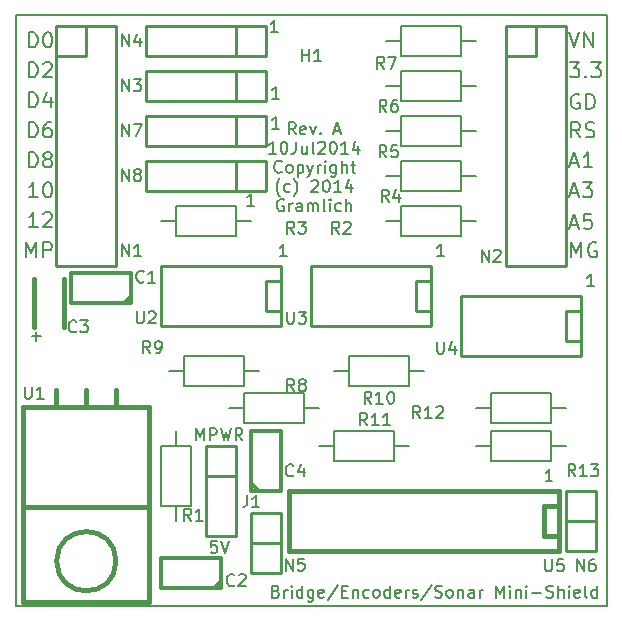
<source format=gto>
%FSLAX34Y34*%
G04 Gerber Fmt 3.4, Leading zero omitted, Abs format*
G04 (created by PCBNEW (2014-jan-25)-product) date Sun 13 Jul 2014 06:26:42 PM PDT*
%MOIN*%
G01*
G70*
G90*
G04 APERTURE LIST*
%ADD10C,0.003937*%
%ADD11C,0.008000*%
%ADD12C,0.012000*%
%ADD13C,0.015000*%
%ADD14C,0.010000*%
%ADD15C,0.005906*%
G04 APERTURE END LIST*
G54D10*
G54D11*
X30680Y-51358D02*
X30984Y-51358D01*
X30832Y-51510D02*
X30832Y-51206D01*
X36160Y-54820D02*
X36160Y-54420D01*
X36294Y-54706D01*
X36427Y-54420D01*
X36427Y-54820D01*
X36618Y-54820D02*
X36618Y-54420D01*
X36770Y-54420D01*
X36808Y-54440D01*
X36827Y-54459D01*
X36846Y-54497D01*
X36846Y-54554D01*
X36827Y-54592D01*
X36808Y-54611D01*
X36770Y-54630D01*
X36618Y-54630D01*
X36980Y-54420D02*
X37075Y-54820D01*
X37151Y-54535D01*
X37227Y-54820D01*
X37322Y-54420D01*
X37703Y-54820D02*
X37570Y-54630D01*
X37475Y-54820D02*
X37475Y-54420D01*
X37627Y-54420D01*
X37665Y-54440D01*
X37684Y-54459D01*
X37703Y-54497D01*
X37703Y-54554D01*
X37684Y-54592D01*
X37665Y-54611D01*
X37627Y-54630D01*
X37475Y-54630D01*
X36851Y-58170D02*
X36661Y-58170D01*
X36642Y-58361D01*
X36661Y-58342D01*
X36699Y-58323D01*
X36794Y-58323D01*
X36832Y-58342D01*
X36851Y-58361D01*
X36870Y-58399D01*
X36870Y-58494D01*
X36851Y-58532D01*
X36832Y-58551D01*
X36794Y-58570D01*
X36699Y-58570D01*
X36661Y-58551D01*
X36642Y-58532D01*
X36985Y-58170D02*
X37118Y-58570D01*
X37251Y-58170D01*
X38873Y-41220D02*
X38645Y-41220D01*
X38759Y-41220D02*
X38759Y-40820D01*
X38721Y-40878D01*
X38683Y-40916D01*
X38645Y-40935D01*
X38098Y-46995D02*
X37870Y-46995D01*
X37984Y-46995D02*
X37984Y-46595D01*
X37946Y-46653D01*
X37908Y-46691D01*
X37870Y-46710D01*
X38923Y-44430D02*
X38695Y-44430D01*
X38809Y-44430D02*
X38809Y-44030D01*
X38771Y-44088D01*
X38733Y-44126D01*
X38695Y-44145D01*
X38923Y-43430D02*
X38695Y-43430D01*
X38809Y-43430D02*
X38809Y-43030D01*
X38771Y-43088D01*
X38733Y-43126D01*
X38695Y-43145D01*
X39173Y-48680D02*
X38945Y-48680D01*
X39059Y-48680D02*
X39059Y-48280D01*
X39021Y-48338D01*
X38983Y-48376D01*
X38945Y-48395D01*
X44423Y-48680D02*
X44195Y-48680D01*
X44309Y-48680D02*
X44309Y-48280D01*
X44271Y-48338D01*
X44233Y-48376D01*
X44195Y-48395D01*
X49423Y-49680D02*
X49195Y-49680D01*
X49309Y-49680D02*
X49309Y-49280D01*
X49271Y-49338D01*
X49233Y-49376D01*
X49195Y-49395D01*
X48037Y-56192D02*
X47809Y-56192D01*
X47923Y-56192D02*
X47923Y-55792D01*
X47885Y-55850D01*
X47847Y-55888D01*
X47809Y-55907D01*
X39480Y-44620D02*
X39347Y-44430D01*
X39252Y-44620D02*
X39252Y-44220D01*
X39404Y-44220D01*
X39442Y-44240D01*
X39461Y-44259D01*
X39480Y-44297D01*
X39480Y-44354D01*
X39461Y-44392D01*
X39442Y-44411D01*
X39404Y-44430D01*
X39252Y-44430D01*
X39804Y-44601D02*
X39766Y-44620D01*
X39690Y-44620D01*
X39652Y-44601D01*
X39633Y-44563D01*
X39633Y-44411D01*
X39652Y-44373D01*
X39690Y-44354D01*
X39766Y-44354D01*
X39804Y-44373D01*
X39823Y-44411D01*
X39823Y-44449D01*
X39633Y-44487D01*
X39957Y-44354D02*
X40052Y-44620D01*
X40147Y-44354D01*
X40300Y-44582D02*
X40319Y-44601D01*
X40300Y-44620D01*
X40280Y-44601D01*
X40300Y-44582D01*
X40300Y-44620D01*
X40776Y-44506D02*
X40966Y-44506D01*
X40738Y-44620D02*
X40871Y-44220D01*
X41004Y-44620D01*
X38823Y-45260D02*
X38595Y-45260D01*
X38709Y-45260D02*
X38709Y-44860D01*
X38671Y-44918D01*
X38633Y-44956D01*
X38595Y-44975D01*
X39071Y-44860D02*
X39109Y-44860D01*
X39147Y-44880D01*
X39166Y-44899D01*
X39185Y-44937D01*
X39204Y-45013D01*
X39204Y-45108D01*
X39185Y-45184D01*
X39166Y-45222D01*
X39147Y-45241D01*
X39109Y-45260D01*
X39071Y-45260D01*
X39033Y-45241D01*
X39014Y-45222D01*
X38995Y-45184D01*
X38976Y-45108D01*
X38976Y-45013D01*
X38995Y-44937D01*
X39014Y-44899D01*
X39033Y-44880D01*
X39071Y-44860D01*
X39490Y-44860D02*
X39490Y-45146D01*
X39471Y-45203D01*
X39433Y-45241D01*
X39376Y-45260D01*
X39338Y-45260D01*
X39852Y-44994D02*
X39852Y-45260D01*
X39680Y-44994D02*
X39680Y-45203D01*
X39700Y-45241D01*
X39738Y-45260D01*
X39795Y-45260D01*
X39833Y-45241D01*
X39852Y-45222D01*
X40100Y-45260D02*
X40061Y-45241D01*
X40042Y-45203D01*
X40042Y-44860D01*
X40233Y-44899D02*
X40252Y-44880D01*
X40290Y-44860D01*
X40385Y-44860D01*
X40423Y-44880D01*
X40442Y-44899D01*
X40461Y-44937D01*
X40461Y-44975D01*
X40442Y-45032D01*
X40214Y-45260D01*
X40461Y-45260D01*
X40709Y-44860D02*
X40747Y-44860D01*
X40785Y-44880D01*
X40804Y-44899D01*
X40823Y-44937D01*
X40842Y-45013D01*
X40842Y-45108D01*
X40823Y-45184D01*
X40804Y-45222D01*
X40785Y-45241D01*
X40747Y-45260D01*
X40709Y-45260D01*
X40671Y-45241D01*
X40652Y-45222D01*
X40633Y-45184D01*
X40614Y-45108D01*
X40614Y-45013D01*
X40633Y-44937D01*
X40652Y-44899D01*
X40671Y-44880D01*
X40709Y-44860D01*
X41223Y-45260D02*
X40995Y-45260D01*
X41109Y-45260D02*
X41109Y-44860D01*
X41071Y-44918D01*
X41033Y-44956D01*
X40995Y-44975D01*
X41566Y-44994D02*
X41566Y-45260D01*
X41471Y-44841D02*
X41376Y-45127D01*
X41623Y-45127D01*
X39014Y-45862D02*
X38995Y-45881D01*
X38938Y-45900D01*
X38900Y-45900D01*
X38842Y-45881D01*
X38804Y-45843D01*
X38785Y-45805D01*
X38766Y-45729D01*
X38766Y-45672D01*
X38785Y-45596D01*
X38804Y-45558D01*
X38842Y-45520D01*
X38900Y-45500D01*
X38938Y-45500D01*
X38995Y-45520D01*
X39014Y-45539D01*
X39242Y-45900D02*
X39204Y-45881D01*
X39185Y-45862D01*
X39166Y-45824D01*
X39166Y-45710D01*
X39185Y-45672D01*
X39204Y-45653D01*
X39242Y-45634D01*
X39300Y-45634D01*
X39338Y-45653D01*
X39357Y-45672D01*
X39376Y-45710D01*
X39376Y-45824D01*
X39357Y-45862D01*
X39338Y-45881D01*
X39300Y-45900D01*
X39242Y-45900D01*
X39547Y-45634D02*
X39547Y-46034D01*
X39547Y-45653D02*
X39585Y-45634D01*
X39661Y-45634D01*
X39700Y-45653D01*
X39719Y-45672D01*
X39738Y-45710D01*
X39738Y-45824D01*
X39719Y-45862D01*
X39700Y-45881D01*
X39661Y-45900D01*
X39585Y-45900D01*
X39547Y-45881D01*
X39871Y-45634D02*
X39966Y-45900D01*
X40061Y-45634D02*
X39966Y-45900D01*
X39928Y-45996D01*
X39909Y-46015D01*
X39871Y-46034D01*
X40214Y-45900D02*
X40214Y-45634D01*
X40214Y-45710D02*
X40233Y-45672D01*
X40252Y-45653D01*
X40290Y-45634D01*
X40328Y-45634D01*
X40461Y-45900D02*
X40461Y-45634D01*
X40461Y-45500D02*
X40442Y-45520D01*
X40461Y-45539D01*
X40480Y-45520D01*
X40461Y-45500D01*
X40461Y-45539D01*
X40823Y-45634D02*
X40823Y-45958D01*
X40804Y-45996D01*
X40785Y-46015D01*
X40747Y-46034D01*
X40690Y-46034D01*
X40652Y-46015D01*
X40823Y-45881D02*
X40785Y-45900D01*
X40709Y-45900D01*
X40671Y-45881D01*
X40652Y-45862D01*
X40633Y-45824D01*
X40633Y-45710D01*
X40652Y-45672D01*
X40671Y-45653D01*
X40709Y-45634D01*
X40785Y-45634D01*
X40823Y-45653D01*
X41014Y-45900D02*
X41014Y-45500D01*
X41185Y-45900D02*
X41185Y-45691D01*
X41166Y-45653D01*
X41128Y-45634D01*
X41071Y-45634D01*
X41033Y-45653D01*
X41014Y-45672D01*
X41319Y-45634D02*
X41471Y-45634D01*
X41376Y-45500D02*
X41376Y-45843D01*
X41395Y-45881D01*
X41433Y-45900D01*
X41471Y-45900D01*
X38957Y-46693D02*
X38938Y-46674D01*
X38900Y-46617D01*
X38880Y-46579D01*
X38861Y-46521D01*
X38842Y-46426D01*
X38842Y-46350D01*
X38861Y-46255D01*
X38880Y-46198D01*
X38900Y-46160D01*
X38938Y-46102D01*
X38957Y-46083D01*
X39280Y-46521D02*
X39242Y-46540D01*
X39166Y-46540D01*
X39128Y-46521D01*
X39109Y-46502D01*
X39090Y-46464D01*
X39090Y-46350D01*
X39109Y-46312D01*
X39128Y-46293D01*
X39166Y-46274D01*
X39242Y-46274D01*
X39280Y-46293D01*
X39414Y-46693D02*
X39433Y-46674D01*
X39471Y-46617D01*
X39490Y-46579D01*
X39509Y-46521D01*
X39528Y-46426D01*
X39528Y-46350D01*
X39509Y-46255D01*
X39490Y-46198D01*
X39471Y-46160D01*
X39433Y-46102D01*
X39414Y-46083D01*
X40004Y-46179D02*
X40023Y-46160D01*
X40061Y-46140D01*
X40157Y-46140D01*
X40195Y-46160D01*
X40214Y-46179D01*
X40233Y-46217D01*
X40233Y-46255D01*
X40214Y-46312D01*
X39985Y-46540D01*
X40233Y-46540D01*
X40480Y-46140D02*
X40519Y-46140D01*
X40557Y-46160D01*
X40576Y-46179D01*
X40595Y-46217D01*
X40614Y-46293D01*
X40614Y-46388D01*
X40595Y-46464D01*
X40576Y-46502D01*
X40557Y-46521D01*
X40519Y-46540D01*
X40480Y-46540D01*
X40442Y-46521D01*
X40423Y-46502D01*
X40404Y-46464D01*
X40385Y-46388D01*
X40385Y-46293D01*
X40404Y-46217D01*
X40423Y-46179D01*
X40442Y-46160D01*
X40480Y-46140D01*
X40995Y-46540D02*
X40766Y-46540D01*
X40880Y-46540D02*
X40880Y-46140D01*
X40842Y-46198D01*
X40804Y-46236D01*
X40766Y-46255D01*
X41338Y-46274D02*
X41338Y-46540D01*
X41242Y-46121D02*
X41147Y-46407D01*
X41395Y-46407D01*
X39080Y-46800D02*
X39042Y-46780D01*
X38985Y-46780D01*
X38928Y-46800D01*
X38890Y-46838D01*
X38871Y-46876D01*
X38852Y-46952D01*
X38852Y-47009D01*
X38871Y-47085D01*
X38890Y-47123D01*
X38928Y-47161D01*
X38985Y-47180D01*
X39023Y-47180D01*
X39080Y-47161D01*
X39100Y-47142D01*
X39100Y-47009D01*
X39023Y-47009D01*
X39271Y-47180D02*
X39271Y-46914D01*
X39271Y-46990D02*
X39290Y-46952D01*
X39309Y-46933D01*
X39347Y-46914D01*
X39385Y-46914D01*
X39690Y-47180D02*
X39690Y-46971D01*
X39671Y-46933D01*
X39633Y-46914D01*
X39557Y-46914D01*
X39519Y-46933D01*
X39690Y-47161D02*
X39652Y-47180D01*
X39557Y-47180D01*
X39519Y-47161D01*
X39500Y-47123D01*
X39500Y-47085D01*
X39519Y-47047D01*
X39557Y-47028D01*
X39652Y-47028D01*
X39690Y-47009D01*
X39880Y-47180D02*
X39880Y-46914D01*
X39880Y-46952D02*
X39900Y-46933D01*
X39938Y-46914D01*
X39995Y-46914D01*
X40033Y-46933D01*
X40052Y-46971D01*
X40052Y-47180D01*
X40052Y-46971D02*
X40071Y-46933D01*
X40109Y-46914D01*
X40166Y-46914D01*
X40204Y-46933D01*
X40223Y-46971D01*
X40223Y-47180D01*
X40471Y-47180D02*
X40433Y-47161D01*
X40414Y-47123D01*
X40414Y-46780D01*
X40623Y-47180D02*
X40623Y-46914D01*
X40623Y-46780D02*
X40604Y-46800D01*
X40623Y-46819D01*
X40642Y-46800D01*
X40623Y-46780D01*
X40623Y-46819D01*
X40985Y-47161D02*
X40947Y-47180D01*
X40871Y-47180D01*
X40833Y-47161D01*
X40814Y-47142D01*
X40795Y-47104D01*
X40795Y-46990D01*
X40814Y-46952D01*
X40833Y-46933D01*
X40871Y-46914D01*
X40947Y-46914D01*
X40985Y-46933D01*
X41157Y-47180D02*
X41157Y-46780D01*
X41328Y-47180D02*
X41328Y-46971D01*
X41309Y-46933D01*
X41271Y-46914D01*
X41214Y-46914D01*
X41176Y-46933D01*
X41157Y-46952D01*
X38829Y-59851D02*
X38886Y-59870D01*
X38905Y-59889D01*
X38924Y-59927D01*
X38924Y-59984D01*
X38905Y-60022D01*
X38886Y-60041D01*
X38848Y-60060D01*
X38695Y-60060D01*
X38695Y-59660D01*
X38829Y-59660D01*
X38867Y-59680D01*
X38886Y-59699D01*
X38905Y-59737D01*
X38905Y-59775D01*
X38886Y-59813D01*
X38867Y-59832D01*
X38829Y-59851D01*
X38695Y-59851D01*
X39095Y-60060D02*
X39095Y-59794D01*
X39095Y-59870D02*
X39114Y-59832D01*
X39133Y-59813D01*
X39171Y-59794D01*
X39210Y-59794D01*
X39343Y-60060D02*
X39343Y-59794D01*
X39343Y-59660D02*
X39324Y-59680D01*
X39343Y-59699D01*
X39362Y-59680D01*
X39343Y-59660D01*
X39343Y-59699D01*
X39705Y-60060D02*
X39705Y-59660D01*
X39705Y-60041D02*
X39667Y-60060D01*
X39590Y-60060D01*
X39552Y-60041D01*
X39533Y-60022D01*
X39514Y-59984D01*
X39514Y-59870D01*
X39533Y-59832D01*
X39552Y-59813D01*
X39590Y-59794D01*
X39667Y-59794D01*
X39705Y-59813D01*
X40067Y-59794D02*
X40067Y-60118D01*
X40048Y-60156D01*
X40029Y-60175D01*
X39990Y-60194D01*
X39933Y-60194D01*
X39895Y-60175D01*
X40067Y-60041D02*
X40029Y-60060D01*
X39952Y-60060D01*
X39914Y-60041D01*
X39895Y-60022D01*
X39876Y-59984D01*
X39876Y-59870D01*
X39895Y-59832D01*
X39914Y-59813D01*
X39952Y-59794D01*
X40029Y-59794D01*
X40067Y-59813D01*
X40410Y-60041D02*
X40371Y-60060D01*
X40295Y-60060D01*
X40257Y-60041D01*
X40238Y-60003D01*
X40238Y-59851D01*
X40257Y-59813D01*
X40295Y-59794D01*
X40371Y-59794D01*
X40410Y-59813D01*
X40429Y-59851D01*
X40429Y-59889D01*
X40238Y-59927D01*
X40886Y-59641D02*
X40543Y-60156D01*
X41019Y-59851D02*
X41152Y-59851D01*
X41210Y-60060D02*
X41019Y-60060D01*
X41019Y-59660D01*
X41210Y-59660D01*
X41381Y-59794D02*
X41381Y-60060D01*
X41381Y-59832D02*
X41400Y-59813D01*
X41438Y-59794D01*
X41495Y-59794D01*
X41533Y-59813D01*
X41552Y-59851D01*
X41552Y-60060D01*
X41914Y-60041D02*
X41876Y-60060D01*
X41800Y-60060D01*
X41762Y-60041D01*
X41743Y-60022D01*
X41724Y-59984D01*
X41724Y-59870D01*
X41743Y-59832D01*
X41762Y-59813D01*
X41800Y-59794D01*
X41876Y-59794D01*
X41914Y-59813D01*
X42143Y-60060D02*
X42105Y-60041D01*
X42086Y-60022D01*
X42067Y-59984D01*
X42067Y-59870D01*
X42086Y-59832D01*
X42105Y-59813D01*
X42143Y-59794D01*
X42200Y-59794D01*
X42238Y-59813D01*
X42257Y-59832D01*
X42276Y-59870D01*
X42276Y-59984D01*
X42257Y-60022D01*
X42238Y-60041D01*
X42200Y-60060D01*
X42143Y-60060D01*
X42619Y-60060D02*
X42619Y-59660D01*
X42619Y-60041D02*
X42581Y-60060D01*
X42505Y-60060D01*
X42467Y-60041D01*
X42448Y-60022D01*
X42429Y-59984D01*
X42429Y-59870D01*
X42448Y-59832D01*
X42467Y-59813D01*
X42505Y-59794D01*
X42581Y-59794D01*
X42619Y-59813D01*
X42962Y-60041D02*
X42924Y-60060D01*
X42848Y-60060D01*
X42810Y-60041D01*
X42790Y-60003D01*
X42790Y-59851D01*
X42810Y-59813D01*
X42848Y-59794D01*
X42924Y-59794D01*
X42962Y-59813D01*
X42981Y-59851D01*
X42981Y-59889D01*
X42790Y-59927D01*
X43152Y-60060D02*
X43152Y-59794D01*
X43152Y-59870D02*
X43171Y-59832D01*
X43190Y-59813D01*
X43229Y-59794D01*
X43267Y-59794D01*
X43381Y-60041D02*
X43419Y-60060D01*
X43495Y-60060D01*
X43533Y-60041D01*
X43552Y-60003D01*
X43552Y-59984D01*
X43533Y-59946D01*
X43495Y-59927D01*
X43438Y-59927D01*
X43400Y-59908D01*
X43381Y-59870D01*
X43381Y-59851D01*
X43400Y-59813D01*
X43438Y-59794D01*
X43495Y-59794D01*
X43533Y-59813D01*
X44010Y-59641D02*
X43667Y-60156D01*
X44124Y-60041D02*
X44181Y-60060D01*
X44276Y-60060D01*
X44314Y-60041D01*
X44333Y-60022D01*
X44352Y-59984D01*
X44352Y-59946D01*
X44333Y-59908D01*
X44314Y-59889D01*
X44276Y-59870D01*
X44200Y-59851D01*
X44162Y-59832D01*
X44143Y-59813D01*
X44124Y-59775D01*
X44124Y-59737D01*
X44143Y-59699D01*
X44162Y-59680D01*
X44200Y-59660D01*
X44295Y-59660D01*
X44352Y-59680D01*
X44581Y-60060D02*
X44543Y-60041D01*
X44524Y-60022D01*
X44505Y-59984D01*
X44505Y-59870D01*
X44524Y-59832D01*
X44543Y-59813D01*
X44581Y-59794D01*
X44638Y-59794D01*
X44676Y-59813D01*
X44695Y-59832D01*
X44714Y-59870D01*
X44714Y-59984D01*
X44695Y-60022D01*
X44676Y-60041D01*
X44638Y-60060D01*
X44581Y-60060D01*
X44886Y-59794D02*
X44886Y-60060D01*
X44886Y-59832D02*
X44905Y-59813D01*
X44943Y-59794D01*
X45000Y-59794D01*
X45038Y-59813D01*
X45057Y-59851D01*
X45057Y-60060D01*
X45419Y-60060D02*
X45419Y-59851D01*
X45400Y-59813D01*
X45362Y-59794D01*
X45286Y-59794D01*
X45248Y-59813D01*
X45419Y-60041D02*
X45381Y-60060D01*
X45286Y-60060D01*
X45248Y-60041D01*
X45229Y-60003D01*
X45229Y-59965D01*
X45248Y-59927D01*
X45286Y-59908D01*
X45381Y-59908D01*
X45419Y-59889D01*
X45610Y-60060D02*
X45610Y-59794D01*
X45610Y-59870D02*
X45629Y-59832D01*
X45648Y-59813D01*
X45686Y-59794D01*
X45724Y-59794D01*
X46162Y-60060D02*
X46162Y-59660D01*
X46295Y-59946D01*
X46429Y-59660D01*
X46429Y-60060D01*
X46619Y-60060D02*
X46619Y-59794D01*
X46619Y-59660D02*
X46600Y-59680D01*
X46619Y-59699D01*
X46638Y-59680D01*
X46619Y-59660D01*
X46619Y-59699D01*
X46810Y-59794D02*
X46810Y-60060D01*
X46810Y-59832D02*
X46829Y-59813D01*
X46867Y-59794D01*
X46924Y-59794D01*
X46962Y-59813D01*
X46981Y-59851D01*
X46981Y-60060D01*
X47171Y-60060D02*
X47171Y-59794D01*
X47171Y-59660D02*
X47152Y-59680D01*
X47171Y-59699D01*
X47190Y-59680D01*
X47171Y-59660D01*
X47171Y-59699D01*
X47362Y-59908D02*
X47667Y-59908D01*
X47838Y-60041D02*
X47895Y-60060D01*
X47990Y-60060D01*
X48029Y-60041D01*
X48048Y-60022D01*
X48067Y-59984D01*
X48067Y-59946D01*
X48048Y-59908D01*
X48029Y-59889D01*
X47990Y-59870D01*
X47914Y-59851D01*
X47876Y-59832D01*
X47857Y-59813D01*
X47838Y-59775D01*
X47838Y-59737D01*
X47857Y-59699D01*
X47876Y-59680D01*
X47914Y-59660D01*
X48010Y-59660D01*
X48067Y-59680D01*
X48238Y-60060D02*
X48238Y-59660D01*
X48410Y-60060D02*
X48410Y-59851D01*
X48390Y-59813D01*
X48352Y-59794D01*
X48295Y-59794D01*
X48257Y-59813D01*
X48238Y-59832D01*
X48600Y-60060D02*
X48600Y-59794D01*
X48600Y-59660D02*
X48581Y-59680D01*
X48600Y-59699D01*
X48619Y-59680D01*
X48600Y-59660D01*
X48600Y-59699D01*
X48943Y-60041D02*
X48905Y-60060D01*
X48829Y-60060D01*
X48790Y-60041D01*
X48771Y-60003D01*
X48771Y-59851D01*
X48790Y-59813D01*
X48829Y-59794D01*
X48905Y-59794D01*
X48943Y-59813D01*
X48962Y-59851D01*
X48962Y-59889D01*
X48771Y-59927D01*
X49190Y-60060D02*
X49152Y-60041D01*
X49133Y-60003D01*
X49133Y-59660D01*
X49514Y-60060D02*
X49514Y-59660D01*
X49514Y-60041D02*
X49476Y-60060D01*
X49400Y-60060D01*
X49362Y-60041D01*
X49343Y-60022D01*
X49324Y-59984D01*
X49324Y-59870D01*
X49343Y-59832D01*
X49362Y-59813D01*
X49400Y-59794D01*
X49476Y-59794D01*
X49514Y-59813D01*
X48645Y-47633D02*
X48883Y-47633D01*
X48597Y-47776D02*
X48764Y-47276D01*
X48930Y-47776D01*
X49335Y-47276D02*
X49097Y-47276D01*
X49073Y-47514D01*
X49097Y-47490D01*
X49145Y-47466D01*
X49264Y-47466D01*
X49311Y-47490D01*
X49335Y-47514D01*
X49359Y-47561D01*
X49359Y-47680D01*
X49335Y-47728D01*
X49311Y-47752D01*
X49264Y-47776D01*
X49145Y-47776D01*
X49097Y-47752D01*
X49073Y-47728D01*
X48645Y-46583D02*
X48883Y-46583D01*
X48597Y-46726D02*
X48764Y-46226D01*
X48930Y-46726D01*
X49050Y-46226D02*
X49359Y-46226D01*
X49192Y-46416D01*
X49264Y-46416D01*
X49311Y-46440D01*
X49335Y-46464D01*
X49359Y-46511D01*
X49359Y-46630D01*
X49335Y-46678D01*
X49311Y-46702D01*
X49264Y-46726D01*
X49121Y-46726D01*
X49073Y-46702D01*
X49050Y-46678D01*
X48645Y-45583D02*
X48883Y-45583D01*
X48597Y-45726D02*
X48764Y-45226D01*
X48930Y-45726D01*
X49359Y-45726D02*
X49073Y-45726D01*
X49216Y-45726D02*
X49216Y-45226D01*
X49169Y-45297D01*
X49121Y-45345D01*
X49073Y-45369D01*
X48954Y-44726D02*
X48788Y-44488D01*
X48669Y-44726D02*
X48669Y-44226D01*
X48859Y-44226D01*
X48907Y-44250D01*
X48930Y-44273D01*
X48954Y-44321D01*
X48954Y-44392D01*
X48930Y-44440D01*
X48907Y-44464D01*
X48859Y-44488D01*
X48669Y-44488D01*
X49145Y-44702D02*
X49216Y-44726D01*
X49335Y-44726D01*
X49383Y-44702D01*
X49407Y-44678D01*
X49430Y-44630D01*
X49430Y-44583D01*
X49407Y-44535D01*
X49383Y-44511D01*
X49335Y-44488D01*
X49240Y-44464D01*
X49192Y-44440D01*
X49169Y-44416D01*
X49145Y-44369D01*
X49145Y-44321D01*
X49169Y-44273D01*
X49192Y-44250D01*
X49240Y-44226D01*
X49359Y-44226D01*
X49430Y-44250D01*
X48930Y-43300D02*
X48883Y-43276D01*
X48811Y-43276D01*
X48740Y-43300D01*
X48692Y-43347D01*
X48669Y-43395D01*
X48645Y-43490D01*
X48645Y-43561D01*
X48669Y-43657D01*
X48692Y-43704D01*
X48740Y-43752D01*
X48811Y-43776D01*
X48859Y-43776D01*
X48930Y-43752D01*
X48954Y-43728D01*
X48954Y-43561D01*
X48859Y-43561D01*
X49169Y-43776D02*
X49169Y-43276D01*
X49288Y-43276D01*
X49359Y-43300D01*
X49407Y-43347D01*
X49430Y-43395D01*
X49454Y-43490D01*
X49454Y-43561D01*
X49430Y-43657D01*
X49407Y-43704D01*
X49359Y-43752D01*
X49288Y-43776D01*
X49169Y-43776D01*
X48621Y-42226D02*
X48930Y-42226D01*
X48764Y-42416D01*
X48835Y-42416D01*
X48883Y-42440D01*
X48907Y-42464D01*
X48930Y-42511D01*
X48930Y-42630D01*
X48907Y-42678D01*
X48883Y-42702D01*
X48835Y-42726D01*
X48692Y-42726D01*
X48645Y-42702D01*
X48621Y-42678D01*
X49145Y-42678D02*
X49169Y-42702D01*
X49145Y-42726D01*
X49121Y-42702D01*
X49145Y-42678D01*
X49145Y-42726D01*
X49335Y-42226D02*
X49645Y-42226D01*
X49478Y-42416D01*
X49550Y-42416D01*
X49597Y-42440D01*
X49621Y-42464D01*
X49645Y-42511D01*
X49645Y-42630D01*
X49621Y-42678D01*
X49597Y-42702D01*
X49550Y-42726D01*
X49407Y-42726D01*
X49359Y-42702D01*
X49335Y-42678D01*
X48597Y-41226D02*
X48764Y-41726D01*
X48930Y-41226D01*
X49097Y-41726D02*
X49097Y-41226D01*
X49383Y-41726D01*
X49383Y-41226D01*
X48669Y-48726D02*
X48669Y-48226D01*
X48835Y-48583D01*
X49002Y-48226D01*
X49002Y-48726D01*
X49502Y-48250D02*
X49454Y-48226D01*
X49383Y-48226D01*
X49311Y-48250D01*
X49264Y-48297D01*
X49240Y-48345D01*
X49216Y-48440D01*
X49216Y-48511D01*
X49240Y-48607D01*
X49264Y-48654D01*
X49311Y-48702D01*
X49383Y-48726D01*
X49430Y-48726D01*
X49502Y-48702D01*
X49526Y-48678D01*
X49526Y-48511D01*
X49430Y-48511D01*
X30497Y-48726D02*
X30497Y-48226D01*
X30664Y-48583D01*
X30830Y-48226D01*
X30830Y-48726D01*
X31069Y-48726D02*
X31069Y-48226D01*
X31259Y-48226D01*
X31307Y-48250D01*
X31330Y-48273D01*
X31354Y-48321D01*
X31354Y-48392D01*
X31330Y-48440D01*
X31307Y-48464D01*
X31259Y-48488D01*
X31069Y-48488D01*
X30878Y-47726D02*
X30592Y-47726D01*
X30735Y-47726D02*
X30735Y-47226D01*
X30688Y-47297D01*
X30640Y-47345D01*
X30592Y-47369D01*
X31069Y-47273D02*
X31092Y-47250D01*
X31140Y-47226D01*
X31259Y-47226D01*
X31307Y-47250D01*
X31330Y-47273D01*
X31354Y-47321D01*
X31354Y-47369D01*
X31330Y-47440D01*
X31045Y-47726D01*
X31354Y-47726D01*
X30878Y-46726D02*
X30592Y-46726D01*
X30735Y-46726D02*
X30735Y-46226D01*
X30688Y-46297D01*
X30640Y-46345D01*
X30592Y-46369D01*
X31188Y-46226D02*
X31235Y-46226D01*
X31283Y-46250D01*
X31307Y-46273D01*
X31330Y-46321D01*
X31354Y-46416D01*
X31354Y-46535D01*
X31330Y-46630D01*
X31307Y-46678D01*
X31283Y-46702D01*
X31235Y-46726D01*
X31188Y-46726D01*
X31140Y-46702D01*
X31116Y-46678D01*
X31092Y-46630D01*
X31069Y-46535D01*
X31069Y-46416D01*
X31092Y-46321D01*
X31116Y-46273D01*
X31140Y-46250D01*
X31188Y-46226D01*
X30592Y-45726D02*
X30592Y-45226D01*
X30711Y-45226D01*
X30783Y-45250D01*
X30830Y-45297D01*
X30854Y-45345D01*
X30878Y-45440D01*
X30878Y-45511D01*
X30854Y-45607D01*
X30830Y-45654D01*
X30783Y-45702D01*
X30711Y-45726D01*
X30592Y-45726D01*
X31164Y-45440D02*
X31116Y-45416D01*
X31092Y-45392D01*
X31069Y-45345D01*
X31069Y-45321D01*
X31092Y-45273D01*
X31116Y-45250D01*
X31164Y-45226D01*
X31259Y-45226D01*
X31307Y-45250D01*
X31330Y-45273D01*
X31354Y-45321D01*
X31354Y-45345D01*
X31330Y-45392D01*
X31307Y-45416D01*
X31259Y-45440D01*
X31164Y-45440D01*
X31116Y-45464D01*
X31092Y-45488D01*
X31069Y-45535D01*
X31069Y-45630D01*
X31092Y-45678D01*
X31116Y-45702D01*
X31164Y-45726D01*
X31259Y-45726D01*
X31307Y-45702D01*
X31330Y-45678D01*
X31354Y-45630D01*
X31354Y-45535D01*
X31330Y-45488D01*
X31307Y-45464D01*
X31259Y-45440D01*
X30592Y-44726D02*
X30592Y-44226D01*
X30711Y-44226D01*
X30783Y-44250D01*
X30830Y-44297D01*
X30854Y-44345D01*
X30878Y-44440D01*
X30878Y-44511D01*
X30854Y-44607D01*
X30830Y-44654D01*
X30783Y-44702D01*
X30711Y-44726D01*
X30592Y-44726D01*
X31307Y-44226D02*
X31211Y-44226D01*
X31164Y-44250D01*
X31140Y-44273D01*
X31092Y-44345D01*
X31069Y-44440D01*
X31069Y-44630D01*
X31092Y-44678D01*
X31116Y-44702D01*
X31164Y-44726D01*
X31259Y-44726D01*
X31307Y-44702D01*
X31330Y-44678D01*
X31354Y-44630D01*
X31354Y-44511D01*
X31330Y-44464D01*
X31307Y-44440D01*
X31259Y-44416D01*
X31164Y-44416D01*
X31116Y-44440D01*
X31092Y-44464D01*
X31069Y-44511D01*
X30592Y-43726D02*
X30592Y-43226D01*
X30711Y-43226D01*
X30783Y-43250D01*
X30830Y-43297D01*
X30854Y-43345D01*
X30878Y-43440D01*
X30878Y-43511D01*
X30854Y-43607D01*
X30830Y-43654D01*
X30783Y-43702D01*
X30711Y-43726D01*
X30592Y-43726D01*
X31307Y-43392D02*
X31307Y-43726D01*
X31188Y-43202D02*
X31069Y-43559D01*
X31378Y-43559D01*
X30592Y-42726D02*
X30592Y-42226D01*
X30711Y-42226D01*
X30783Y-42250D01*
X30830Y-42297D01*
X30854Y-42345D01*
X30878Y-42440D01*
X30878Y-42511D01*
X30854Y-42607D01*
X30830Y-42654D01*
X30783Y-42702D01*
X30711Y-42726D01*
X30592Y-42726D01*
X31069Y-42273D02*
X31092Y-42250D01*
X31140Y-42226D01*
X31259Y-42226D01*
X31307Y-42250D01*
X31330Y-42273D01*
X31354Y-42321D01*
X31354Y-42369D01*
X31330Y-42440D01*
X31045Y-42726D01*
X31354Y-42726D01*
X30592Y-41726D02*
X30592Y-41226D01*
X30711Y-41226D01*
X30783Y-41250D01*
X30830Y-41297D01*
X30854Y-41345D01*
X30878Y-41440D01*
X30878Y-41511D01*
X30854Y-41607D01*
X30830Y-41654D01*
X30783Y-41702D01*
X30711Y-41726D01*
X30592Y-41726D01*
X31188Y-41226D02*
X31235Y-41226D01*
X31283Y-41250D01*
X31307Y-41273D01*
X31330Y-41321D01*
X31354Y-41416D01*
X31354Y-41535D01*
X31330Y-41630D01*
X31307Y-41678D01*
X31283Y-41702D01*
X31235Y-41726D01*
X31188Y-41726D01*
X31140Y-41702D01*
X31116Y-41678D01*
X31092Y-41630D01*
X31069Y-41535D01*
X31069Y-41416D01*
X31092Y-41321D01*
X31116Y-41273D01*
X31140Y-41250D01*
X31188Y-41226D01*
X49842Y-40657D02*
X49842Y-60342D01*
X49842Y-60342D02*
X30157Y-60342D01*
X30157Y-40657D02*
X30157Y-60342D01*
X30157Y-40657D02*
X49842Y-40657D01*
G54D12*
X33980Y-50250D02*
X32000Y-50250D01*
X32000Y-50250D02*
X32000Y-49250D01*
X32000Y-49250D02*
X34000Y-49250D01*
X34000Y-49250D02*
X34000Y-50250D01*
X34000Y-50000D02*
X33750Y-50250D01*
X36980Y-59750D02*
X35000Y-59750D01*
X35000Y-59750D02*
X35000Y-58750D01*
X35000Y-58750D02*
X37000Y-58750D01*
X37000Y-58750D02*
X37000Y-59750D01*
X37000Y-59500D02*
X36750Y-59750D01*
G54D13*
X30750Y-49450D02*
X30750Y-51050D01*
X31750Y-51050D02*
X31750Y-49450D01*
G54D12*
X38000Y-56480D02*
X38000Y-54500D01*
X38000Y-54500D02*
X39000Y-54500D01*
X39000Y-54500D02*
X39000Y-56500D01*
X39000Y-56500D02*
X38000Y-56500D01*
X38250Y-56500D02*
X38000Y-56250D01*
G54D14*
X36500Y-56000D02*
X36500Y-58000D01*
X36500Y-58000D02*
X37500Y-58000D01*
X37500Y-58000D02*
X37500Y-56000D01*
X37500Y-55000D02*
X37500Y-56000D01*
X37500Y-56000D02*
X36500Y-56000D01*
X37500Y-55000D02*
X36500Y-55000D01*
X36500Y-55000D02*
X36500Y-56000D01*
X33500Y-49000D02*
X33500Y-41000D01*
X31500Y-42000D02*
X31500Y-49000D01*
X33500Y-49000D02*
X31500Y-49000D01*
X33500Y-41000D02*
X32500Y-41000D01*
X31500Y-41000D02*
X31500Y-42000D01*
X32500Y-41000D02*
X32500Y-42000D01*
X32500Y-42000D02*
X31500Y-42000D01*
X31500Y-41000D02*
X32500Y-41000D01*
X48500Y-49000D02*
X48500Y-41000D01*
X46500Y-42000D02*
X46500Y-49000D01*
X48500Y-49000D02*
X46500Y-49000D01*
X48500Y-41000D02*
X47500Y-41000D01*
X46500Y-41000D02*
X46500Y-42000D01*
X47500Y-41000D02*
X47500Y-42000D01*
X47500Y-42000D02*
X46500Y-42000D01*
X46500Y-41000D02*
X47500Y-41000D01*
X37500Y-42500D02*
X34500Y-42500D01*
X37500Y-43500D02*
X34500Y-43500D01*
X38500Y-43500D02*
X37500Y-43500D01*
X34500Y-42500D02*
X34500Y-43500D01*
X37500Y-43500D02*
X37500Y-42500D01*
X38500Y-43500D02*
X38500Y-42500D01*
X38500Y-42500D02*
X37500Y-42500D01*
X37500Y-41000D02*
X34500Y-41000D01*
X37500Y-42000D02*
X34500Y-42000D01*
X38500Y-42000D02*
X37500Y-42000D01*
X34500Y-41000D02*
X34500Y-42000D01*
X37500Y-42000D02*
X37500Y-41000D01*
X38500Y-42000D02*
X38500Y-41000D01*
X38500Y-41000D02*
X37500Y-41000D01*
X38000Y-58250D02*
X39000Y-58250D01*
X38000Y-59250D02*
X39000Y-59250D01*
X39000Y-59250D02*
X39000Y-58250D01*
X39000Y-58250D02*
X39000Y-57250D01*
X39000Y-57250D02*
X38000Y-57250D01*
X38000Y-57250D02*
X38000Y-59250D01*
X49500Y-57500D02*
X48500Y-57500D01*
X49500Y-56500D02*
X48500Y-56500D01*
X48500Y-56500D02*
X48500Y-57500D01*
X48500Y-57500D02*
X48500Y-58500D01*
X48500Y-58500D02*
X49500Y-58500D01*
X49500Y-58500D02*
X49500Y-56500D01*
X37500Y-44000D02*
X34500Y-44000D01*
X37500Y-45000D02*
X34500Y-45000D01*
X38500Y-45000D02*
X37500Y-45000D01*
X34500Y-44000D02*
X34500Y-45000D01*
X37500Y-45000D02*
X37500Y-44000D01*
X38500Y-45000D02*
X38500Y-44000D01*
X38500Y-44000D02*
X37500Y-44000D01*
X37500Y-45500D02*
X34500Y-45500D01*
X37500Y-46500D02*
X34500Y-46500D01*
X38500Y-46500D02*
X37500Y-46500D01*
X34500Y-45500D02*
X34500Y-46500D01*
X37500Y-46500D02*
X37500Y-45500D01*
X38500Y-46500D02*
X38500Y-45500D01*
X38500Y-45500D02*
X37500Y-45500D01*
G54D13*
X48250Y-58000D02*
X48250Y-58000D01*
X48250Y-58000D02*
X47750Y-58000D01*
X47750Y-58000D02*
X47750Y-57000D01*
X47750Y-57000D02*
X48250Y-57000D01*
X48250Y-58500D02*
X39250Y-58500D01*
X39250Y-58500D02*
X39250Y-56500D01*
X39250Y-56500D02*
X48250Y-56500D01*
X48250Y-56500D02*
X48250Y-58500D01*
G54D15*
X35500Y-57000D02*
X35500Y-57500D01*
X35500Y-55000D02*
X35500Y-54500D01*
X36000Y-55000D02*
X35000Y-55000D01*
X35000Y-55000D02*
X35000Y-57000D01*
X35000Y-57000D02*
X36000Y-57000D01*
X36000Y-57000D02*
X36000Y-55000D01*
X43000Y-47500D02*
X42500Y-47500D01*
X45000Y-47500D02*
X45500Y-47500D01*
X45000Y-48000D02*
X45000Y-47000D01*
X45000Y-47000D02*
X43000Y-47000D01*
X43000Y-47000D02*
X43000Y-48000D01*
X43000Y-48000D02*
X45000Y-48000D01*
X37500Y-47500D02*
X38000Y-47500D01*
X35500Y-47500D02*
X35000Y-47500D01*
X35500Y-47000D02*
X35500Y-48000D01*
X35500Y-48000D02*
X37500Y-48000D01*
X37500Y-48000D02*
X37500Y-47000D01*
X37500Y-47000D02*
X35500Y-47000D01*
X45000Y-46000D02*
X45500Y-46000D01*
X43000Y-46000D02*
X42500Y-46000D01*
X43000Y-45500D02*
X43000Y-46500D01*
X43000Y-46500D02*
X45000Y-46500D01*
X45000Y-46500D02*
X45000Y-45500D01*
X45000Y-45500D02*
X43000Y-45500D01*
X45000Y-44500D02*
X45500Y-44500D01*
X43000Y-44500D02*
X42500Y-44500D01*
X43000Y-44000D02*
X43000Y-45000D01*
X43000Y-45000D02*
X45000Y-45000D01*
X45000Y-45000D02*
X45000Y-44000D01*
X45000Y-44000D02*
X43000Y-44000D01*
X45000Y-43000D02*
X45500Y-43000D01*
X43000Y-43000D02*
X42500Y-43000D01*
X43000Y-42500D02*
X43000Y-43500D01*
X43000Y-43500D02*
X45000Y-43500D01*
X45000Y-43500D02*
X45000Y-42500D01*
X45000Y-42500D02*
X43000Y-42500D01*
X45000Y-41500D02*
X45500Y-41500D01*
X43000Y-41500D02*
X42500Y-41500D01*
X43000Y-41000D02*
X43000Y-42000D01*
X43000Y-42000D02*
X45000Y-42000D01*
X45000Y-42000D02*
X45000Y-41000D01*
X45000Y-41000D02*
X43000Y-41000D01*
X39750Y-53750D02*
X40250Y-53750D01*
X37750Y-53750D02*
X37250Y-53750D01*
X37750Y-53250D02*
X37750Y-54250D01*
X37750Y-54250D02*
X39750Y-54250D01*
X39750Y-54250D02*
X39750Y-53250D01*
X39750Y-53250D02*
X37750Y-53250D01*
X37750Y-52500D02*
X38250Y-52500D01*
X35750Y-52500D02*
X35250Y-52500D01*
X35750Y-52000D02*
X35750Y-53000D01*
X35750Y-53000D02*
X37750Y-53000D01*
X37750Y-53000D02*
X37750Y-52000D01*
X37750Y-52000D02*
X35750Y-52000D01*
X41250Y-52500D02*
X40750Y-52500D01*
X43250Y-52500D02*
X43750Y-52500D01*
X43250Y-53000D02*
X43250Y-52000D01*
X43250Y-52000D02*
X41250Y-52000D01*
X41250Y-52000D02*
X41250Y-53000D01*
X41250Y-53000D02*
X43250Y-53000D01*
X40750Y-55000D02*
X40250Y-55000D01*
X42750Y-55000D02*
X43250Y-55000D01*
X42750Y-55500D02*
X42750Y-54500D01*
X42750Y-54500D02*
X40750Y-54500D01*
X40750Y-54500D02*
X40750Y-55500D01*
X40750Y-55500D02*
X42750Y-55500D01*
X48000Y-53750D02*
X48500Y-53750D01*
X46000Y-53750D02*
X45500Y-53750D01*
X46000Y-53250D02*
X46000Y-54250D01*
X46000Y-54250D02*
X48000Y-54250D01*
X48000Y-54250D02*
X48000Y-53250D01*
X48000Y-53250D02*
X46000Y-53250D01*
X48000Y-55000D02*
X48500Y-55000D01*
X46000Y-55000D02*
X45500Y-55000D01*
X46000Y-54500D02*
X46000Y-55500D01*
X46000Y-55500D02*
X48000Y-55500D01*
X48000Y-55500D02*
X48000Y-54500D01*
X48000Y-54500D02*
X46000Y-54500D01*
G54D13*
X33500Y-53700D02*
X33500Y-53150D01*
X32500Y-53700D02*
X32500Y-53150D01*
X31500Y-53700D02*
X31500Y-53150D01*
X33489Y-58850D02*
G75*
G03X33489Y-58850I-989J0D01*
G74*
G01*
X30400Y-57050D02*
X30400Y-60200D01*
X30400Y-60200D02*
X34600Y-60200D01*
X34600Y-60200D02*
X34600Y-57050D01*
X30400Y-53700D02*
X30400Y-57050D01*
X30400Y-57050D02*
X34600Y-57050D01*
X34600Y-57050D02*
X34600Y-53700D01*
X32500Y-53700D02*
X34600Y-53700D01*
X32500Y-53700D02*
X30400Y-53700D01*
G54D14*
X49000Y-51500D02*
X48500Y-51500D01*
X48500Y-51500D02*
X48500Y-50500D01*
X48500Y-50500D02*
X49000Y-50500D01*
X49000Y-52000D02*
X45000Y-52000D01*
X45000Y-52000D02*
X45000Y-50000D01*
X45000Y-50000D02*
X49000Y-50000D01*
X49000Y-50000D02*
X49000Y-52000D01*
X44000Y-50500D02*
X43500Y-50500D01*
X43500Y-50500D02*
X43500Y-49500D01*
X43500Y-49500D02*
X44000Y-49500D01*
X44000Y-51000D02*
X40000Y-51000D01*
X40000Y-51000D02*
X40000Y-49000D01*
X40000Y-49000D02*
X44000Y-49000D01*
X44000Y-49000D02*
X44000Y-51000D01*
X39000Y-50500D02*
X38500Y-50500D01*
X38500Y-50500D02*
X38500Y-49500D01*
X38500Y-49500D02*
X39000Y-49500D01*
X39000Y-51000D02*
X35000Y-51000D01*
X35000Y-51000D02*
X35000Y-49000D01*
X35000Y-49000D02*
X39000Y-49000D01*
X39000Y-49000D02*
X39000Y-51000D01*
G54D11*
X34418Y-49522D02*
X34399Y-49541D01*
X34342Y-49560D01*
X34304Y-49560D01*
X34246Y-49541D01*
X34208Y-49503D01*
X34189Y-49465D01*
X34170Y-49389D01*
X34170Y-49332D01*
X34189Y-49256D01*
X34208Y-49218D01*
X34246Y-49180D01*
X34304Y-49160D01*
X34342Y-49160D01*
X34399Y-49180D01*
X34418Y-49199D01*
X34799Y-49560D02*
X34570Y-49560D01*
X34685Y-49560D02*
X34685Y-49160D01*
X34646Y-49218D01*
X34608Y-49256D01*
X34570Y-49275D01*
X37433Y-59642D02*
X37414Y-59661D01*
X37357Y-59680D01*
X37319Y-59680D01*
X37261Y-59661D01*
X37223Y-59623D01*
X37204Y-59585D01*
X37185Y-59509D01*
X37185Y-59452D01*
X37204Y-59376D01*
X37223Y-59338D01*
X37261Y-59300D01*
X37319Y-59280D01*
X37357Y-59280D01*
X37414Y-59300D01*
X37433Y-59319D01*
X37585Y-59319D02*
X37604Y-59300D01*
X37642Y-59280D01*
X37738Y-59280D01*
X37776Y-59300D01*
X37795Y-59319D01*
X37814Y-59357D01*
X37814Y-59395D01*
X37795Y-59452D01*
X37566Y-59680D01*
X37814Y-59680D01*
X32168Y-51187D02*
X32149Y-51206D01*
X32092Y-51225D01*
X32054Y-51225D01*
X31996Y-51206D01*
X31958Y-51168D01*
X31939Y-51130D01*
X31920Y-51054D01*
X31920Y-50997D01*
X31939Y-50921D01*
X31958Y-50883D01*
X31996Y-50845D01*
X32054Y-50825D01*
X32092Y-50825D01*
X32149Y-50845D01*
X32168Y-50864D01*
X32301Y-50825D02*
X32549Y-50825D01*
X32415Y-50978D01*
X32473Y-50978D01*
X32511Y-50997D01*
X32530Y-51016D01*
X32549Y-51054D01*
X32549Y-51149D01*
X32530Y-51187D01*
X32511Y-51206D01*
X32473Y-51225D01*
X32358Y-51225D01*
X32320Y-51206D01*
X32301Y-51187D01*
X39398Y-55987D02*
X39379Y-56006D01*
X39322Y-56025D01*
X39284Y-56025D01*
X39226Y-56006D01*
X39188Y-55968D01*
X39169Y-55930D01*
X39150Y-55854D01*
X39150Y-55797D01*
X39169Y-55721D01*
X39188Y-55683D01*
X39226Y-55645D01*
X39284Y-55625D01*
X39322Y-55625D01*
X39379Y-55645D01*
X39398Y-55664D01*
X39741Y-55759D02*
X39741Y-56025D01*
X39645Y-55606D02*
X39550Y-55892D01*
X39798Y-55892D01*
X39695Y-42180D02*
X39695Y-41780D01*
X39695Y-41971D02*
X39923Y-41971D01*
X39923Y-42180D02*
X39923Y-41780D01*
X40323Y-42180D02*
X40095Y-42180D01*
X40209Y-42180D02*
X40209Y-41780D01*
X40171Y-41838D01*
X40133Y-41876D01*
X40095Y-41895D01*
X37861Y-56645D02*
X37861Y-56931D01*
X37842Y-56988D01*
X37804Y-57026D01*
X37747Y-57045D01*
X37709Y-57045D01*
X38261Y-57045D02*
X38033Y-57045D01*
X38147Y-57045D02*
X38147Y-56645D01*
X38109Y-56703D01*
X38071Y-56741D01*
X38033Y-56760D01*
X33695Y-48680D02*
X33695Y-48280D01*
X33923Y-48680D01*
X33923Y-48280D01*
X34323Y-48680D02*
X34095Y-48680D01*
X34209Y-48680D02*
X34209Y-48280D01*
X34171Y-48338D01*
X34133Y-48376D01*
X34095Y-48395D01*
X45685Y-48870D02*
X45685Y-48470D01*
X45913Y-48870D01*
X45913Y-48470D01*
X46085Y-48509D02*
X46104Y-48490D01*
X46142Y-48470D01*
X46237Y-48470D01*
X46275Y-48490D01*
X46294Y-48509D01*
X46313Y-48547D01*
X46313Y-48585D01*
X46294Y-48642D01*
X46066Y-48870D01*
X46313Y-48870D01*
X33695Y-43180D02*
X33695Y-42780D01*
X33923Y-43180D01*
X33923Y-42780D01*
X34076Y-42780D02*
X34323Y-42780D01*
X34190Y-42933D01*
X34247Y-42933D01*
X34285Y-42952D01*
X34304Y-42971D01*
X34323Y-43009D01*
X34323Y-43104D01*
X34304Y-43142D01*
X34285Y-43161D01*
X34247Y-43180D01*
X34133Y-43180D01*
X34095Y-43161D01*
X34076Y-43142D01*
X33695Y-41680D02*
X33695Y-41280D01*
X33923Y-41680D01*
X33923Y-41280D01*
X34285Y-41414D02*
X34285Y-41680D01*
X34190Y-41261D02*
X34095Y-41547D01*
X34342Y-41547D01*
X39145Y-59160D02*
X39145Y-58760D01*
X39373Y-59160D01*
X39373Y-58760D01*
X39754Y-58760D02*
X39564Y-58760D01*
X39545Y-58951D01*
X39564Y-58932D01*
X39602Y-58913D01*
X39697Y-58913D01*
X39735Y-58932D01*
X39754Y-58951D01*
X39773Y-58989D01*
X39773Y-59084D01*
X39754Y-59122D01*
X39735Y-59141D01*
X39697Y-59160D01*
X39602Y-59160D01*
X39564Y-59141D01*
X39545Y-59122D01*
X48845Y-59180D02*
X48845Y-58780D01*
X49073Y-59180D01*
X49073Y-58780D01*
X49435Y-58780D02*
X49359Y-58780D01*
X49321Y-58800D01*
X49302Y-58819D01*
X49264Y-58876D01*
X49245Y-58952D01*
X49245Y-59104D01*
X49264Y-59142D01*
X49283Y-59161D01*
X49321Y-59180D01*
X49397Y-59180D01*
X49435Y-59161D01*
X49454Y-59142D01*
X49473Y-59104D01*
X49473Y-59009D01*
X49454Y-58971D01*
X49435Y-58952D01*
X49397Y-58933D01*
X49321Y-58933D01*
X49283Y-58952D01*
X49264Y-58971D01*
X49245Y-59009D01*
X33695Y-44680D02*
X33695Y-44280D01*
X33923Y-44680D01*
X33923Y-44280D01*
X34076Y-44280D02*
X34342Y-44280D01*
X34171Y-44680D01*
X33695Y-46180D02*
X33695Y-45780D01*
X33923Y-46180D01*
X33923Y-45780D01*
X34171Y-45952D02*
X34133Y-45933D01*
X34114Y-45914D01*
X34095Y-45876D01*
X34095Y-45857D01*
X34114Y-45819D01*
X34133Y-45800D01*
X34171Y-45780D01*
X34247Y-45780D01*
X34285Y-45800D01*
X34304Y-45819D01*
X34323Y-45857D01*
X34323Y-45876D01*
X34304Y-45914D01*
X34285Y-45933D01*
X34247Y-45952D01*
X34171Y-45952D01*
X34133Y-45971D01*
X34114Y-45990D01*
X34095Y-46028D01*
X34095Y-46104D01*
X34114Y-46142D01*
X34133Y-46161D01*
X34171Y-46180D01*
X34247Y-46180D01*
X34285Y-46161D01*
X34304Y-46142D01*
X34323Y-46104D01*
X34323Y-46028D01*
X34304Y-45990D01*
X34285Y-45971D01*
X34247Y-45952D01*
X47795Y-58780D02*
X47795Y-59104D01*
X47814Y-59142D01*
X47833Y-59161D01*
X47871Y-59180D01*
X47947Y-59180D01*
X47985Y-59161D01*
X48004Y-59142D01*
X48023Y-59104D01*
X48023Y-58780D01*
X48404Y-58780D02*
X48214Y-58780D01*
X48195Y-58971D01*
X48214Y-58952D01*
X48252Y-58933D01*
X48347Y-58933D01*
X48385Y-58952D01*
X48404Y-58971D01*
X48423Y-59009D01*
X48423Y-59104D01*
X48404Y-59142D01*
X48385Y-59161D01*
X48347Y-59180D01*
X48252Y-59180D01*
X48214Y-59161D01*
X48195Y-59142D01*
X35993Y-57495D02*
X35860Y-57305D01*
X35764Y-57495D02*
X35764Y-57095D01*
X35917Y-57095D01*
X35955Y-57115D01*
X35974Y-57134D01*
X35993Y-57172D01*
X35993Y-57229D01*
X35974Y-57267D01*
X35955Y-57286D01*
X35917Y-57305D01*
X35764Y-57305D01*
X36374Y-57495D02*
X36145Y-57495D01*
X36260Y-57495D02*
X36260Y-57095D01*
X36221Y-57153D01*
X36183Y-57191D01*
X36145Y-57210D01*
X40933Y-47930D02*
X40800Y-47740D01*
X40704Y-47930D02*
X40704Y-47530D01*
X40857Y-47530D01*
X40895Y-47550D01*
X40914Y-47569D01*
X40933Y-47607D01*
X40933Y-47664D01*
X40914Y-47702D01*
X40895Y-47721D01*
X40857Y-47740D01*
X40704Y-47740D01*
X41085Y-47569D02*
X41104Y-47550D01*
X41142Y-47530D01*
X41238Y-47530D01*
X41276Y-47550D01*
X41295Y-47569D01*
X41314Y-47607D01*
X41314Y-47645D01*
X41295Y-47702D01*
X41066Y-47930D01*
X41314Y-47930D01*
X39433Y-47930D02*
X39300Y-47740D01*
X39204Y-47930D02*
X39204Y-47530D01*
X39357Y-47530D01*
X39395Y-47550D01*
X39414Y-47569D01*
X39433Y-47607D01*
X39433Y-47664D01*
X39414Y-47702D01*
X39395Y-47721D01*
X39357Y-47740D01*
X39204Y-47740D01*
X39566Y-47530D02*
X39814Y-47530D01*
X39680Y-47683D01*
X39738Y-47683D01*
X39776Y-47702D01*
X39795Y-47721D01*
X39814Y-47759D01*
X39814Y-47854D01*
X39795Y-47892D01*
X39776Y-47911D01*
X39738Y-47930D01*
X39623Y-47930D01*
X39585Y-47911D01*
X39566Y-47892D01*
X42573Y-46860D02*
X42440Y-46670D01*
X42344Y-46860D02*
X42344Y-46460D01*
X42497Y-46460D01*
X42535Y-46480D01*
X42554Y-46499D01*
X42573Y-46537D01*
X42573Y-46594D01*
X42554Y-46632D01*
X42535Y-46651D01*
X42497Y-46670D01*
X42344Y-46670D01*
X42916Y-46594D02*
X42916Y-46860D01*
X42820Y-46441D02*
X42725Y-46727D01*
X42973Y-46727D01*
X42503Y-45390D02*
X42370Y-45200D01*
X42274Y-45390D02*
X42274Y-44990D01*
X42427Y-44990D01*
X42465Y-45010D01*
X42484Y-45029D01*
X42503Y-45067D01*
X42503Y-45124D01*
X42484Y-45162D01*
X42465Y-45181D01*
X42427Y-45200D01*
X42274Y-45200D01*
X42865Y-44990D02*
X42674Y-44990D01*
X42655Y-45181D01*
X42674Y-45162D01*
X42712Y-45143D01*
X42808Y-45143D01*
X42846Y-45162D01*
X42865Y-45181D01*
X42884Y-45219D01*
X42884Y-45314D01*
X42865Y-45352D01*
X42846Y-45371D01*
X42808Y-45390D01*
X42712Y-45390D01*
X42674Y-45371D01*
X42655Y-45352D01*
X42503Y-43872D02*
X42370Y-43682D01*
X42274Y-43872D02*
X42274Y-43472D01*
X42427Y-43472D01*
X42465Y-43492D01*
X42484Y-43511D01*
X42503Y-43549D01*
X42503Y-43606D01*
X42484Y-43644D01*
X42465Y-43663D01*
X42427Y-43682D01*
X42274Y-43682D01*
X42846Y-43472D02*
X42770Y-43472D01*
X42731Y-43492D01*
X42712Y-43511D01*
X42674Y-43568D01*
X42655Y-43644D01*
X42655Y-43796D01*
X42674Y-43834D01*
X42693Y-43853D01*
X42731Y-43872D01*
X42808Y-43872D01*
X42846Y-43853D01*
X42865Y-43834D01*
X42884Y-43796D01*
X42884Y-43701D01*
X42865Y-43663D01*
X42846Y-43644D01*
X42808Y-43625D01*
X42731Y-43625D01*
X42693Y-43644D01*
X42674Y-43663D01*
X42655Y-43701D01*
X42433Y-42430D02*
X42300Y-42240D01*
X42204Y-42430D02*
X42204Y-42030D01*
X42357Y-42030D01*
X42395Y-42050D01*
X42414Y-42069D01*
X42433Y-42107D01*
X42433Y-42164D01*
X42414Y-42202D01*
X42395Y-42221D01*
X42357Y-42240D01*
X42204Y-42240D01*
X42566Y-42030D02*
X42833Y-42030D01*
X42661Y-42430D01*
X39433Y-53180D02*
X39300Y-52990D01*
X39204Y-53180D02*
X39204Y-52780D01*
X39357Y-52780D01*
X39395Y-52800D01*
X39414Y-52819D01*
X39433Y-52857D01*
X39433Y-52914D01*
X39414Y-52952D01*
X39395Y-52971D01*
X39357Y-52990D01*
X39204Y-52990D01*
X39661Y-52952D02*
X39623Y-52933D01*
X39604Y-52914D01*
X39585Y-52876D01*
X39585Y-52857D01*
X39604Y-52819D01*
X39623Y-52800D01*
X39661Y-52780D01*
X39738Y-52780D01*
X39776Y-52800D01*
X39795Y-52819D01*
X39814Y-52857D01*
X39814Y-52876D01*
X39795Y-52914D01*
X39776Y-52933D01*
X39738Y-52952D01*
X39661Y-52952D01*
X39623Y-52971D01*
X39604Y-52990D01*
X39585Y-53028D01*
X39585Y-53104D01*
X39604Y-53142D01*
X39623Y-53161D01*
X39661Y-53180D01*
X39738Y-53180D01*
X39776Y-53161D01*
X39795Y-53142D01*
X39814Y-53104D01*
X39814Y-53028D01*
X39795Y-52990D01*
X39776Y-52971D01*
X39738Y-52952D01*
X34628Y-51915D02*
X34495Y-51725D01*
X34399Y-51915D02*
X34399Y-51515D01*
X34552Y-51515D01*
X34590Y-51535D01*
X34609Y-51554D01*
X34628Y-51592D01*
X34628Y-51649D01*
X34609Y-51687D01*
X34590Y-51706D01*
X34552Y-51725D01*
X34399Y-51725D01*
X34818Y-51915D02*
X34895Y-51915D01*
X34933Y-51896D01*
X34952Y-51877D01*
X34990Y-51820D01*
X35009Y-51744D01*
X35009Y-51592D01*
X34990Y-51554D01*
X34971Y-51535D01*
X34933Y-51515D01*
X34856Y-51515D01*
X34818Y-51535D01*
X34799Y-51554D01*
X34780Y-51592D01*
X34780Y-51687D01*
X34799Y-51725D01*
X34818Y-51744D01*
X34856Y-51763D01*
X34933Y-51763D01*
X34971Y-51744D01*
X34990Y-51725D01*
X35009Y-51687D01*
X42004Y-53598D02*
X41871Y-53407D01*
X41776Y-53598D02*
X41776Y-53198D01*
X41928Y-53198D01*
X41966Y-53217D01*
X41985Y-53236D01*
X42004Y-53274D01*
X42004Y-53331D01*
X41985Y-53369D01*
X41966Y-53388D01*
X41928Y-53407D01*
X41776Y-53407D01*
X42385Y-53598D02*
X42157Y-53598D01*
X42271Y-53598D02*
X42271Y-53198D01*
X42233Y-53255D01*
X42195Y-53293D01*
X42157Y-53312D01*
X42633Y-53198D02*
X42671Y-53198D01*
X42709Y-53217D01*
X42728Y-53236D01*
X42747Y-53274D01*
X42766Y-53350D01*
X42766Y-53445D01*
X42747Y-53522D01*
X42728Y-53560D01*
X42709Y-53579D01*
X42671Y-53598D01*
X42633Y-53598D01*
X42595Y-53579D01*
X42576Y-53560D01*
X42557Y-53522D01*
X42538Y-53445D01*
X42538Y-53350D01*
X42557Y-53274D01*
X42576Y-53236D01*
X42595Y-53217D01*
X42633Y-53198D01*
X41862Y-54320D02*
X41729Y-54130D01*
X41634Y-54320D02*
X41634Y-53920D01*
X41786Y-53920D01*
X41824Y-53940D01*
X41843Y-53959D01*
X41862Y-53997D01*
X41862Y-54054D01*
X41843Y-54092D01*
X41824Y-54111D01*
X41786Y-54130D01*
X41634Y-54130D01*
X42243Y-54320D02*
X42015Y-54320D01*
X42129Y-54320D02*
X42129Y-53920D01*
X42091Y-53978D01*
X42053Y-54016D01*
X42015Y-54035D01*
X42624Y-54320D02*
X42396Y-54320D01*
X42510Y-54320D02*
X42510Y-53920D01*
X42472Y-53978D01*
X42434Y-54016D01*
X42396Y-54035D01*
X43632Y-54080D02*
X43499Y-53890D01*
X43404Y-54080D02*
X43404Y-53680D01*
X43556Y-53680D01*
X43594Y-53700D01*
X43613Y-53719D01*
X43632Y-53757D01*
X43632Y-53814D01*
X43613Y-53852D01*
X43594Y-53871D01*
X43556Y-53890D01*
X43404Y-53890D01*
X44013Y-54080D02*
X43785Y-54080D01*
X43899Y-54080D02*
X43899Y-53680D01*
X43861Y-53738D01*
X43823Y-53776D01*
X43785Y-53795D01*
X44166Y-53719D02*
X44185Y-53700D01*
X44223Y-53680D01*
X44318Y-53680D01*
X44356Y-53700D01*
X44375Y-53719D01*
X44394Y-53757D01*
X44394Y-53795D01*
X44375Y-53852D01*
X44147Y-54080D01*
X44394Y-54080D01*
X48802Y-56016D02*
X48669Y-55826D01*
X48574Y-56016D02*
X48574Y-55616D01*
X48726Y-55616D01*
X48764Y-55636D01*
X48783Y-55655D01*
X48802Y-55693D01*
X48802Y-55750D01*
X48783Y-55788D01*
X48764Y-55807D01*
X48726Y-55826D01*
X48574Y-55826D01*
X49183Y-56016D02*
X48955Y-56016D01*
X49069Y-56016D02*
X49069Y-55616D01*
X49031Y-55674D01*
X48993Y-55712D01*
X48955Y-55731D01*
X49317Y-55616D02*
X49564Y-55616D01*
X49431Y-55769D01*
X49488Y-55769D01*
X49526Y-55788D01*
X49545Y-55807D01*
X49564Y-55845D01*
X49564Y-55940D01*
X49545Y-55978D01*
X49526Y-55997D01*
X49488Y-56016D01*
X49374Y-56016D01*
X49336Y-55997D01*
X49317Y-55978D01*
X30445Y-53030D02*
X30445Y-53354D01*
X30464Y-53392D01*
X30483Y-53411D01*
X30521Y-53430D01*
X30597Y-53430D01*
X30635Y-53411D01*
X30654Y-53392D01*
X30673Y-53354D01*
X30673Y-53030D01*
X31073Y-53430D02*
X30845Y-53430D01*
X30959Y-53430D02*
X30959Y-53030D01*
X30921Y-53088D01*
X30883Y-53126D01*
X30845Y-53145D01*
X44195Y-51530D02*
X44195Y-51854D01*
X44214Y-51892D01*
X44233Y-51911D01*
X44271Y-51930D01*
X44347Y-51930D01*
X44385Y-51911D01*
X44404Y-51892D01*
X44423Y-51854D01*
X44423Y-51530D01*
X44785Y-51664D02*
X44785Y-51930D01*
X44690Y-51511D02*
X44595Y-51797D01*
X44842Y-51797D01*
X39195Y-50530D02*
X39195Y-50854D01*
X39214Y-50892D01*
X39233Y-50911D01*
X39271Y-50930D01*
X39347Y-50930D01*
X39385Y-50911D01*
X39404Y-50892D01*
X39423Y-50854D01*
X39423Y-50530D01*
X39576Y-50530D02*
X39823Y-50530D01*
X39690Y-50683D01*
X39747Y-50683D01*
X39785Y-50702D01*
X39804Y-50721D01*
X39823Y-50759D01*
X39823Y-50854D01*
X39804Y-50892D01*
X39785Y-50911D01*
X39747Y-50930D01*
X39633Y-50930D01*
X39595Y-50911D01*
X39576Y-50892D01*
X34180Y-50525D02*
X34180Y-50849D01*
X34199Y-50887D01*
X34218Y-50906D01*
X34256Y-50925D01*
X34332Y-50925D01*
X34370Y-50906D01*
X34389Y-50887D01*
X34408Y-50849D01*
X34408Y-50525D01*
X34580Y-50564D02*
X34599Y-50545D01*
X34637Y-50525D01*
X34732Y-50525D01*
X34770Y-50545D01*
X34789Y-50564D01*
X34808Y-50602D01*
X34808Y-50640D01*
X34789Y-50697D01*
X34561Y-50925D01*
X34808Y-50925D01*
M02*

</source>
